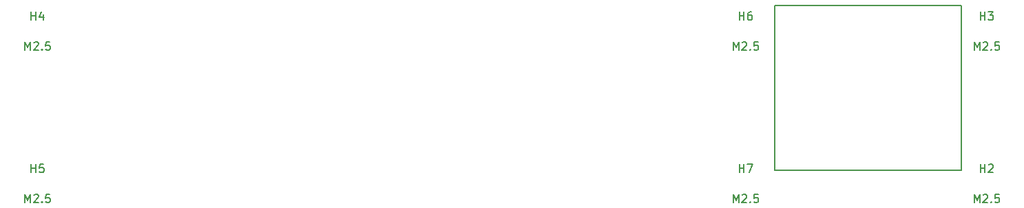
<source format=gbr>
%TF.GenerationSoftware,KiCad,Pcbnew,(6.0.5-0)*%
%TF.CreationDate,2023-01-21T22:01:54+08:00*%
%TF.ProjectId,main,6d61696e-2e6b-4696-9361-645f70636258,Prototype-V1*%
%TF.SameCoordinates,Original*%
%TF.FileFunction,AssemblyDrawing,Top*%
%FSLAX46Y46*%
G04 Gerber Fmt 4.6, Leading zero omitted, Abs format (unit mm)*
G04 Created by KiCad (PCBNEW (6.0.5-0)) date 2023-01-21 22:01:54*
%MOMM*%
%LPD*%
G01*
G04 APERTURE LIST*
%ADD10C,0.150000*%
%ADD11C,0.200000*%
G04 APERTURE END LIST*
D10*
X229643990Y9972619D02*
X229643990Y10972619D01*
X229977323Y10258333D01*
X230310657Y10972619D01*
X230310657Y9972619D01*
X230739228Y10877380D02*
X230786847Y10925000D01*
X230882085Y10972619D01*
X231120180Y10972619D01*
X231215419Y10925000D01*
X231263038Y10877380D01*
X231310657Y10782142D01*
X231310657Y10686904D01*
X231263038Y10544047D01*
X230691609Y9972619D01*
X231310657Y9972619D01*
X231739228Y10067857D02*
X231786847Y10020238D01*
X231739228Y9972619D01*
X231691609Y10020238D01*
X231739228Y10067857D01*
X231739228Y9972619D01*
X232691609Y10972619D02*
X232215419Y10972619D01*
X232167800Y10496428D01*
X232215419Y10544047D01*
X232310657Y10591666D01*
X232548752Y10591666D01*
X232643990Y10544047D01*
X232691609Y10496428D01*
X232739228Y10401190D01*
X232739228Y10163095D01*
X232691609Y10067857D01*
X232643990Y10020238D01*
X232548752Y9972619D01*
X232310657Y9972619D01*
X232215419Y10020238D01*
X232167800Y10067857D01*
X230405895Y13672619D02*
X230405895Y14672619D01*
X230405895Y14196428D02*
X230977323Y14196428D01*
X230977323Y13672619D02*
X230977323Y14672619D01*
X231929704Y14672619D02*
X231453514Y14672619D01*
X231405895Y14196428D01*
X231453514Y14244047D01*
X231548752Y14291666D01*
X231786847Y14291666D01*
X231882085Y14244047D01*
X231929704Y14196428D01*
X231977323Y14101190D01*
X231977323Y13863095D01*
X231929704Y13767857D01*
X231882085Y13720238D01*
X231786847Y13672619D01*
X231548752Y13672619D01*
X231453514Y13720238D01*
X231405895Y13767857D01*
X229643990Y28772619D02*
X229643990Y29772619D01*
X229977323Y29058333D01*
X230310657Y29772619D01*
X230310657Y28772619D01*
X230739228Y29677380D02*
X230786847Y29725000D01*
X230882085Y29772619D01*
X231120180Y29772619D01*
X231215419Y29725000D01*
X231263038Y29677380D01*
X231310657Y29582142D01*
X231310657Y29486904D01*
X231263038Y29344047D01*
X230691609Y28772619D01*
X231310657Y28772619D01*
X231739228Y28867857D02*
X231786847Y28820238D01*
X231739228Y28772619D01*
X231691609Y28820238D01*
X231739228Y28867857D01*
X231739228Y28772619D01*
X232691609Y29772619D02*
X232215419Y29772619D01*
X232167800Y29296428D01*
X232215419Y29344047D01*
X232310657Y29391666D01*
X232548752Y29391666D01*
X232643990Y29344047D01*
X232691609Y29296428D01*
X232739228Y29201190D01*
X232739228Y28963095D01*
X232691609Y28867857D01*
X232643990Y28820238D01*
X232548752Y28772619D01*
X232310657Y28772619D01*
X232215419Y28820238D01*
X232167800Y28867857D01*
X230405895Y32472619D02*
X230405895Y33472619D01*
X230405895Y32996428D02*
X230977323Y32996428D01*
X230977323Y32472619D02*
X230977323Y33472619D01*
X231882085Y33139285D02*
X231882085Y32472619D01*
X231643990Y33520238D02*
X231405895Y32805952D01*
X232024942Y32805952D01*
X346351190Y9972619D02*
X346351190Y10972619D01*
X346684523Y10258333D01*
X347017857Y10972619D01*
X347017857Y9972619D01*
X347446428Y10877380D02*
X347494047Y10925000D01*
X347589285Y10972619D01*
X347827380Y10972619D01*
X347922619Y10925000D01*
X347970238Y10877380D01*
X348017857Y10782142D01*
X348017857Y10686904D01*
X347970238Y10544047D01*
X347398809Y9972619D01*
X348017857Y9972619D01*
X348446428Y10067857D02*
X348494047Y10020238D01*
X348446428Y9972619D01*
X348398809Y10020238D01*
X348446428Y10067857D01*
X348446428Y9972619D01*
X349398809Y10972619D02*
X348922619Y10972619D01*
X348875000Y10496428D01*
X348922619Y10544047D01*
X349017857Y10591666D01*
X349255952Y10591666D01*
X349351190Y10544047D01*
X349398809Y10496428D01*
X349446428Y10401190D01*
X349446428Y10163095D01*
X349398809Y10067857D01*
X349351190Y10020238D01*
X349255952Y9972619D01*
X349017857Y9972619D01*
X348922619Y10020238D01*
X348875000Y10067857D01*
X347113095Y13672619D02*
X347113095Y14672619D01*
X347113095Y14196428D02*
X347684523Y14196428D01*
X347684523Y13672619D02*
X347684523Y14672619D01*
X348113095Y14577380D02*
X348160714Y14625000D01*
X348255952Y14672619D01*
X348494047Y14672619D01*
X348589285Y14625000D01*
X348636904Y14577380D01*
X348684523Y14482142D01*
X348684523Y14386904D01*
X348636904Y14244047D01*
X348065476Y13672619D01*
X348684523Y13672619D01*
X316716190Y28772619D02*
X316716190Y29772619D01*
X317049523Y29058333D01*
X317382857Y29772619D01*
X317382857Y28772619D01*
X317811428Y29677380D02*
X317859047Y29725000D01*
X317954285Y29772619D01*
X318192380Y29772619D01*
X318287619Y29725000D01*
X318335238Y29677380D01*
X318382857Y29582142D01*
X318382857Y29486904D01*
X318335238Y29344047D01*
X317763809Y28772619D01*
X318382857Y28772619D01*
X318811428Y28867857D02*
X318859047Y28820238D01*
X318811428Y28772619D01*
X318763809Y28820238D01*
X318811428Y28867857D01*
X318811428Y28772619D01*
X319763809Y29772619D02*
X319287619Y29772619D01*
X319240000Y29296428D01*
X319287619Y29344047D01*
X319382857Y29391666D01*
X319620952Y29391666D01*
X319716190Y29344047D01*
X319763809Y29296428D01*
X319811428Y29201190D01*
X319811428Y28963095D01*
X319763809Y28867857D01*
X319716190Y28820238D01*
X319620952Y28772619D01*
X319382857Y28772619D01*
X319287619Y28820238D01*
X319240000Y28867857D01*
X317478095Y32472619D02*
X317478095Y33472619D01*
X317478095Y32996428D02*
X318049523Y32996428D01*
X318049523Y32472619D02*
X318049523Y33472619D01*
X318954285Y33472619D02*
X318763809Y33472619D01*
X318668571Y33425000D01*
X318620952Y33377380D01*
X318525714Y33234523D01*
X318478095Y33044047D01*
X318478095Y32663095D01*
X318525714Y32567857D01*
X318573333Y32520238D01*
X318668571Y32472619D01*
X318859047Y32472619D01*
X318954285Y32520238D01*
X319001904Y32567857D01*
X319049523Y32663095D01*
X319049523Y32901190D01*
X319001904Y32996428D01*
X318954285Y33044047D01*
X318859047Y33091666D01*
X318668571Y33091666D01*
X318573333Y33044047D01*
X318525714Y32996428D01*
X318478095Y32901190D01*
X316716190Y9972619D02*
X316716190Y10972619D01*
X317049523Y10258333D01*
X317382857Y10972619D01*
X317382857Y9972619D01*
X317811428Y10877380D02*
X317859047Y10925000D01*
X317954285Y10972619D01*
X318192380Y10972619D01*
X318287619Y10925000D01*
X318335238Y10877380D01*
X318382857Y10782142D01*
X318382857Y10686904D01*
X318335238Y10544047D01*
X317763809Y9972619D01*
X318382857Y9972619D01*
X318811428Y10067857D02*
X318859047Y10020238D01*
X318811428Y9972619D01*
X318763809Y10020238D01*
X318811428Y10067857D01*
X318811428Y9972619D01*
X319763809Y10972619D02*
X319287619Y10972619D01*
X319240000Y10496428D01*
X319287619Y10544047D01*
X319382857Y10591666D01*
X319620952Y10591666D01*
X319716190Y10544047D01*
X319763809Y10496428D01*
X319811428Y10401190D01*
X319811428Y10163095D01*
X319763809Y10067857D01*
X319716190Y10020238D01*
X319620952Y9972619D01*
X319382857Y9972619D01*
X319287619Y10020238D01*
X319240000Y10067857D01*
X317478095Y13672619D02*
X317478095Y14672619D01*
X317478095Y14196428D02*
X318049523Y14196428D01*
X318049523Y13672619D02*
X318049523Y14672619D01*
X318430476Y14672619D02*
X319097142Y14672619D01*
X318668571Y13672619D01*
X346351190Y28772619D02*
X346351190Y29772619D01*
X346684523Y29058333D01*
X347017857Y29772619D01*
X347017857Y28772619D01*
X347446428Y29677380D02*
X347494047Y29725000D01*
X347589285Y29772619D01*
X347827380Y29772619D01*
X347922619Y29725000D01*
X347970238Y29677380D01*
X348017857Y29582142D01*
X348017857Y29486904D01*
X347970238Y29344047D01*
X347398809Y28772619D01*
X348017857Y28772619D01*
X348446428Y28867857D02*
X348494047Y28820238D01*
X348446428Y28772619D01*
X348398809Y28820238D01*
X348446428Y28867857D01*
X348446428Y28772619D01*
X349398809Y29772619D02*
X348922619Y29772619D01*
X348875000Y29296428D01*
X348922619Y29344047D01*
X349017857Y29391666D01*
X349255952Y29391666D01*
X349351190Y29344047D01*
X349398809Y29296428D01*
X349446428Y29201190D01*
X349446428Y28963095D01*
X349398809Y28867857D01*
X349351190Y28820238D01*
X349255952Y28772619D01*
X349017857Y28772619D01*
X348922619Y28820238D01*
X348875000Y28867857D01*
X347113095Y32472619D02*
X347113095Y33472619D01*
X347113095Y32996428D02*
X347684523Y32996428D01*
X347684523Y32472619D02*
X347684523Y33472619D01*
X348065476Y33472619D02*
X348684523Y33472619D01*
X348351190Y33091666D01*
X348494047Y33091666D01*
X348589285Y33044047D01*
X348636904Y32996428D01*
X348684523Y32901190D01*
X348684523Y32663095D01*
X348636904Y32567857D01*
X348589285Y32520238D01*
X348494047Y32472619D01*
X348208333Y32472619D01*
X348113095Y32520238D01*
X348065476Y32567857D01*
D11*
X344757500Y34275000D02*
X344757500Y13975000D01*
X344757500Y13975000D02*
X321857500Y13975000D01*
X321857500Y13975000D02*
X321857500Y34275000D01*
X321857500Y34275000D02*
X344757500Y34275000D01*
M02*

</source>
